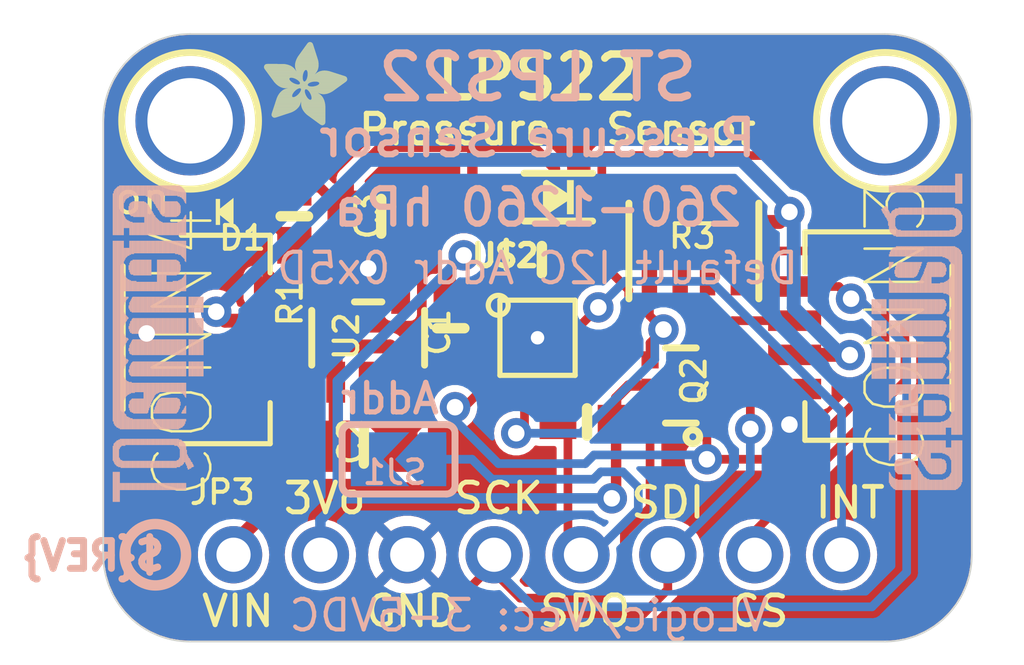
<source format=kicad_pcb>
(kicad_pcb (version 20221018) (generator pcbnew)
  (layers (0 "F.Cu" signal) (31 "B.Cu" signal) (34 "B.Paste" user) (35 "F.Paste" user) (36 "B.SilkS" user "B.Silkscreen") (37 "F.SilkS" user "F.Silkscreen") (38 "B.Mask" user) (39 "F.Mask" user) (44 "Edge.Cuts" user))
  (net 0 "")
  (net 1 "GND")
  (net 2 "3.3V")
  (net 3 "INT")
  (net 4 "VCC")
  (net 5 "N$1")
  (net 6 "SDI_3V")
  (net 7 "SCK_3V")
  (net 8 "CS_3V")
  (net 9 "SDO/ADR")
  (net 10 "SDI/SDA")
  (net 11 "SCK/SCL")
  (net 12 "CS")
  (footprint "working:SOT363" (layer "F.Cu") (at 152.6921 106.4006 90)
    (fp_text reference "Q2" (at -0.635 0.381 90) (layer "F.SilkS") (effects (font (size 0.692831 0.692831) (thickness 0.119969)) (justify left)))
    (fp_text value "BSS138")
    (pad "1" smd rect (at -0.75 0.9 90) (size 0.5 0.5) (layers "F.Cu" "F.Paste" "F.Mask") (net 7 "SCK_3V"))
    (pad "2" smd rect (at 0 0.9 90) (size 0.4 0.5) (layers "F.Cu" "F.Paste" "F.Mask") (net 2 "3.3V"))
    (pad "3" smd rect (at 0.75 0.9 90) (size 0.5 0.5) (layers "F.Cu" "F.Paste" "F.Mask") (net 10 "SDI/SDA"))
    (pad "4" smd rect (at 0.75 -0.9 90) (size 0.5 0.5) (layers "F.Cu" "F.Paste" "F.Mask") (net 6 "SDI_3V"))
    (pad "5" smd rect (at 0 -0.9 90) (size 0.4 0.5) (layers "F.Cu" "F.Paste" "F.Mask") (net 2 "3.3V"))
    (pad "6" smd rect (at -0.75 -0.9 90) (size 0.5 0.5) (layers "F.Cu" "F.Paste" "F.Mask") (net 11 "SCK/SCL"))
  )
  (footprint "working:MOUNTINGHOLE_2.5_PLATED" (layer "F.Cu") (at 158.6611 98.6536)
    (fp_text reference "U$17" hide)
    (fp_text value "MOUNTINGHOLE2.5" hide)
    (pad "P$1" thru_hole circle (at 0 0) (size 3.2 3.2) (drill 2.5) (layers "*.Cu" "*.Mask"))
    (zone (net 0) (net_name "") (layer "F.Cu") (connect_pads (clearance 0)) (min_thickness 0.25)
      (keepout (tracks not_allowed) (vias not_allowed) (pads not_allowed) (copperpour not_allowed) (footprints allowed))
      (fill (thermal_gap 0.5) (thermal_bridge_width 0.5))
      (polygon (pts (xy 160.6771 98.6536) (xy 160.65748 98.373027) (xy 160.599004 98.097915) (xy 160.502808 97.833619) (xy 160.370765 97.585283) (xy 160.205446 97.35774) (xy 160.010067 97.15542) (xy 159.788433 96.98226) (xy 159.544856 96.841631) (xy 159.284078 96.73627) (xy 159.011175 96.668228) (xy 158.731457 96.638828) (xy 158.450371 96.648644) (xy 158.173385 96.697484) (xy 157.905893 96.784397) (xy 157.6531 96.907693) (xy 157.419926 97.06497) (xy 157.210911 97.253169) (xy 157.030122 97.468625) (xy 156.881078 97.707145) (xy 156.76668 97.964087) (xy 156.689154 98.23445) (xy 156.650011 98.512971) (xy 156.650011 98.794229) (xy 156.689154 99.07275) (xy 156.76668 99.343113) (xy 156.881078 99.600055) (xy 157.030122 99.838575) (xy 157.210911 100.054031) (xy 157.419926 100.24223) (xy 157.6531 100.399507) (xy 157.905893 100.522803) (xy 158.173385 100.609716) (xy 158.450371 100.658556) (xy 158.731457 100.668372) (xy 159.011175 100.638972) (xy 159.284078 100.57093) (xy 159.544856 100.465569) (xy 159.788433 100.32494) (xy 160.010067 100.15178) (xy 160.205446 99.94946) (xy 160.370765 99.721917) (xy 160.502808 99.473581) (xy 160.599004 99.209285) (xy 160.65748 98.934173)))
      (polygon (pts (xy 158.6451 98.6536) (xy 158.649786 98.664914) (xy 158.6611 98.6696) (xy 158.672414 98.664914) (xy 158.6771 98.6536) (xy 158.672414 98.642286) (xy 158.6611 98.6376) (xy 158.649786 98.642286)))
    )
    (zone (net 0) (net_name "") (layer "B.Cu") (connect_pads (clearance 0)) (min_thickness 0.25)
      (keepout (tracks not_allowed) (vias not_allowed) (pads not_allowed) (copperpour not_allowed) (footprints allowed))
      (fill (thermal_gap 0.5) (thermal_bridge_width 0.5))
      (polygon (pts (xy 160.6771 98.6536) (xy 160.65748 98.373027) (xy 160.599004 98.097915) (xy 160.502808 97.833619) (xy 160.370765 97.585283) (xy 160.205446 97.35774) (xy 160.010067 97.15542) (xy 159.788433 96.98226) (xy 159.544856 96.841631) (xy 159.284078 96.73627) (xy 159.011175 96.668228) (xy 158.731457 96.638828) (xy 158.450371 96.648644) (xy 158.173385 96.697484) (xy 157.905893 96.784397) (xy 157.6531 96.907693) (xy 157.419926 97.06497) (xy 157.210911 97.253169) (xy 157.030122 97.468625) (xy 156.881078 97.707145) (xy 156.76668 97.964087) (xy 156.689154 98.23445) (xy 156.650011 98.512971) (xy 156.650011 98.794229) (xy 156.689154 99.07275) (xy 156.76668 99.343113) (xy 156.881078 99.600055) (xy 157.030122 99.838575) (xy 157.210911 100.054031) (xy 157.419926 100.24223) (xy 157.6531 100.399507) (xy 157.905893 100.522803) (xy 158.173385 100.609716) (xy 158.450371 100.658556) (xy 158.731457 100.668372) (xy 159.011175 100.638972) (xy 159.284078 100.57093) (xy 159.544856 100.465569) (xy 159.788433 100.32494) (xy 160.010067 100.15178) (xy 160.205446 99.94946) (xy 160.370765 99.721917) (xy 160.502808 99.473581) (xy 160.599004 99.209285) (xy 160.65748 98.934173)))
      (polygon (pts (xy 158.6451 98.6536) (xy 158.649786 98.664914) (xy 158.6611 98.6696) (xy 158.672414 98.664914) (xy 158.6771 98.6536) (xy 158.672414 98.642286) (xy 158.6611 98.6376) (xy 158.649786 98.642286)))
    )
  )
  (footprint "working:0805-NO" (layer "F.Cu") (at 143.9291 101.4476)
    (fp_text reference "C3" (at -0.381 -0.762 90) (layer "F.SilkS") (effects (font (size 0.692831 0.692831) (thickness 0.119969)) (justify right)))
    (fp_text value "10uF")
    (pad "1" smd rect (at -0.95 0) (size 1.24 1.5) (layers "F.Cu" "F.Paste" "F.Mask") (net 2 "3.3V"))
    (pad "2" smd rect (at 0.95 0) (size 1.24 1.5) (layers "F.Cu" "F.Paste" "F.Mask") (net 1 "GND"))
  )
  (footprint "working:0603-NO" (layer "F.Cu") (at 149.9489 107.4674)
    (fp_text reference "R4" hide)
    (fp_text value "10K")
    (pad "1" smd rect (at -0.85 0) (size 1.075 1) (layers "F.Cu" "F.Paste" "F.Mask") (net 9 "SDO/ADR"))
    (pad "2" smd rect (at 0.85 0) (size 1.075 1) (layers "F.Cu" "F.Paste" "F.Mask") (net 2 "3.3V"))
  )
  (footprint "working:FIDUCIAL_1MM" (layer "F.Cu") (at 155.4861 97.5995)
    (fp_text reference "FID4" hide)
    (fp_text value "FIDUCIAL_1MM" hide)
    (pad "1" smd roundrect (at 0 0) (size 1 1) (layers "F.Cu" "F.Mask") (roundrect_rratio 0.5))
  )
  (footprint "working:MOUNTINGHOLE_2.5_PLATED" (layer "F.Cu") (at 138.3411 98.6536)
    (fp_text reference "U$1" hide)
    (fp_text value "MOUNTINGHOLE2.5" hide)
    (pad "P$1" thru_hole circle (at 0 0) (size 3.2 3.2) (drill 2.5) (layers "*.Cu" "*.Mask"))
    (zone (net 0) (net_name "") (layer "F.Cu") (connect_pads (clearance 0)) (min_thickness 0.25)
      (keepout (tracks not_allowed) (vias not_allowed) (pads not_allowed) (copperpour not_allowed) (footprints allowed))
      (fill (thermal_gap 0.5) (thermal_bridge_width 0.5))
      (polygon (pts (xy 140.3571 98.6536) (xy 140.33748 98.373027) (xy 140.279004 98.097915) (xy 140.182808 97.833619) (xy 140.050765 97.585283) (xy 139.885446 97.35774) (xy 139.690067 97.15542) (xy 139.468433 96.98226) (xy 139.224856 96.841631) (xy 138.964078 96.73627) (xy 138.691175 96.668228) (xy 138.411457 96.638828) (xy 138.130371 96.648644) (xy 137.853385 96.697484) (xy 137.585893 96.784397) (xy 137.3331 96.907693) (xy 137.099926 97.06497) (xy 136.890911 97.253169) (xy 136.710122 97.468625) (xy 136.561078 97.707145) (xy 136.44668 97.964087) (xy 136.369154 98.23445) (xy 136.330011 98.512971) (xy 136.330011 98.794229) (xy 136.369154 99.07275) (xy 136.44668 99.343113) (xy 136.561078 99.600055) (xy 136.710122 99.838575) (xy 136.890911 100.054031) (xy 137.099926 100.24223) (xy 137.3331 100.399507) (xy 137.585893 100.522803) (xy 137.853385 100.609716) (xy 138.130371 100.658556) (xy 138.411457 100.668372) (xy 138.691175 100.638972) (xy 138.964078 100.57093) (xy 139.224856 100.465569) (xy 139.468433 100.32494) (xy 139.690067 100.15178) (xy 139.885446 99.94946) (xy 140.050765 99.721917) (xy 140.182808 99.473581) (xy 140.279004 99.209285) (xy 140.33748 98.934173)))
      (polygon (pts (xy 138.3251 98.6536) (xy 138.329786 98.664914) (xy 138.3411 98.6696) (xy 138.352414 98.664914) (xy 138.3571 98.6536) (xy 138.352414 98.642286) (xy 138.3411 98.6376) (xy 138.329786 98.642286)))
    )
    (zone (net 0) (net_name "") (layer "B.Cu") (connect_pads (clearance 0)) (min_thickness 0.25)
      (keepout (tracks not_allowed) (vias not_allowed) (pads not_allowed) (copperpour not_allowed) (footprints allowed))
      (fill (thermal_gap 0.5) (thermal_bridge_width 0.5))
      (polygon (pts (xy 140.3571 98.6536) (xy 140.33748 98.373027) (xy 140.279004 98.097915) (xy 140.182808 97.833619) (xy 140.050765 97.585283) (xy 139.885446 97.35774) (xy 139.690067 97.15542) (xy 139.468433 96.98226) (xy 139.224856 96.841631) (xy 138.964078 96.73627) (xy 138.691175 96.668228) (xy 138.411457 96.638828) (xy 138.130371 96.648644) (xy 137.853385 96.697484) (xy 137.585893 96.784397) (xy 137.3331 96.907693) (xy 137.099926 97.06497) (xy 136.890911 97.253169) (xy 136.710122 97.468625) (xy 136.561078 97.707145) (xy 136.44668 97.964087) (xy 136.369154 98.23445) (xy 136.330011 98.512971) (xy 136.330011 98.794229) (xy 136.369154 99.07275) (xy 136.44668 99.343113) (xy 136.561078 99.600055) (xy 136.710122 99.838575) (xy 136.890911 100.054031) (xy 137.099926 100.24223) (xy 137.3331 100.399507) (xy 137.585893 100.522803) (xy 137.853385 100.609716) (xy 138.130371 100.658556) (xy 138.411457 100.668372) (xy 138.691175 100.638972) (xy 138.964078 100.57093) (xy 139.224856 100.465569) (xy 139.468433 100.32494) (xy 139.690067 100.15178) (xy 139.885446 99.94946) (xy 140.050765 99.721917) (xy 140.182808 99.473581) (xy 140.279004 99.209285) (xy 140.33748 98.934173)))
      (polygon (pts (xy 138.3251 98.6536) (xy 138.329786 98.664914) (xy 138.3411 98.6696) (xy 138.352414 98.664914) (xy 138.3571 98.6536) (xy 138.352414 98.642286) (xy 138.3411 98.6376) (xy 138.329786 98.642286)))
    )
  )
  (footprint "working:0805-NO" (layer "F.Cu") (at 143.4211 108.1786)
    (fp_text reference "C2" (at -0.381 -0.889 90) (layer "F.SilkS") (effects (font (size 0.692831 0.692831) (thickness 0.119969)) (justify right)))
    (fp_text value "10uF")
    (pad "1" smd rect (at -0.95 0) (size 1.24 1.5) (layers "F.Cu" "F.Paste" "F.Mask") (net 4 "VCC"))
    (pad "2" smd rect (at 0.95 0) (size 1.24 1.5) (layers "F.Cu" "F.Paste" "F.Mask") (net 1 "GND"))
  )
  (footprint "working:RESPACK_4X0603" (layer "F.Cu") (at 153.0731 102.4636 180)
    (fp_text reference "R3" (at -0.711 0.432) (layer "F.SilkS") (effects (font (size 0.692831 0.692831) (thickness 0.119969)) (justify right)))
    (fp_text value "10K")
    (pad "1" smd rect (at -1.3 0.85 180) (size 0.45 0.9) (layers "F.Cu" "F.Paste" "F.Mask") (net 4 "VCC"))
    (pad "2" smd rect (at -0.4 0.85 180) (size 0.45 0.9) (layers "F.Cu" "F.Paste" "F.Mask") (net 2 "3.3V"))
    (pad "3" smd rect (at 0.4 0.85 180) (size 0.45 0.9) (layers "F.Cu" "F.Paste" "F.Mask") (net 4 "VCC"))
    (pad "4" smd rect (at 1.3 0.85 180) (size 0.45 0.9) (layers "F.Cu" "F.Paste" "F.Mask") (net 2 "3.3V"))
    (pad "5" smd rect (at 1.3 -0.85 180) (size 0.45 0.9) (layers "F.Cu" "F.Paste" "F.Mask") (net 6 "SDI_3V"))
    (pad "6" smd rect (at 0.4 -0.85 180) (size 0.45 0.9) (layers "F.Cu" "F.Paste" "F.Mask") (net 10 "SDI/SDA"))
    (pad "7" smd rect (at -0.4 -0.85 180) (size 0.45 0.9) (layers "F.Cu" "F.Paste" "F.Mask") (net 7 "SCK_3V"))
    (pad "8" smd rect (at -1.3 -0.85 180) (size 0.45 0.9) (layers "F.Cu" "F.Paste" "F.Mask") (net 11 "SCK/SCL"))
  )
  (footprint "working:1X08_ROUND" (layer "F.Cu") (at 148.5011 111.3536)
    (fp_text reference "JP3" (at -10.2362 -1.8288) (layer "F.SilkS") (effects (font (size 0.692831 0.692831) (thickness 0.119969)) (justify left)))
    (fp_text value "")
    (pad "1" thru_hole circle (at -8.89 0 90) (size 1.6764 1.6764) (drill 1) (layers "*.Cu" "*.Mask") (net 4 "VCC"))
    (pad "2" thru_hole circle (at -6.35 0 90) (size 1.6764 1.6764) (drill 1) (layers "*.Cu" "*.Mask") (net 2 "3.3V"))
    (pad "3" thru_hole circle (at -3.81 0 90) (size 1.6764 1.6764) (drill 1) (layers "*.Cu" "*.Mask") (net 1 "GND"))
    (pad "4" thru_hole circle (at -1.27 0 90) (size 1.6764 1.6764) (drill 1) (layers "*.Cu" "*.Mask") (net 11 "SCK/SCL"))
    (pad "5" thru_hole circle (at 1.27 0 90) (size 1.6764 1.6764) (drill 1) (layers "*.Cu" "*.Mask") (net 9 "SDO/ADR"))
    (pad "6" thru_hole circle (at 3.81 0 90) (size 1.6764 1.6764) (drill 1) (layers "*.Cu" "*.Mask") (net 10 "SDI/SDA"))
    (pad "7" thru_hole circle (at 6.35 0 90) (size 1.6764 1.6764) (drill 1) (layers "*.Cu" "*.Mask") (net 12 "CS"))
    (pad "8" thru_hole circle (at 8.89 0 90) (size 1.6764 1.6764) (drill 1) (layers "*.Cu" "*.Mask") (net 3 "INT"))
  )
  (footprint "working:JST_SH4" (layer "F.Cu") (at 158.5341 105.0036 90)
    (fp_text reference "CONN3" (at -4.092 0.45 90) (layer "F.SilkS") (effects (font (size 1.703222 1.703222) (thickness 0.074778)) (justify left)))
    (fp_text value "STEMMA_I2C_QT" hide)
    (pad "1" smd rect (at -1.5 -2.514 180) (size 1.55 0.6) (layers "F.Cu" "F.Paste" "F.Mask") (net 1 "GND"))
    (pad "2" smd rect (at -0.5 -2.514 180) (size 1.55 0.6) (layers "F.Cu" "F.Paste" "F.Mask") (net 4 "VCC"))
    (pad "3" smd rect (at 0.5 -2.514 180) (size 1.55 0.6) (layers "F.Cu" "F.Paste" "F.Mask") (net 10 "SDI/SDA"))
    (pad "4" smd rect (at 1.5 -2.514 180) (size 1.55 0.6) (layers "F.Cu" "F.Paste" "F.Mask") (net 11 "SCK/SCL"))
    (pad "MT1" smd rect (at -2.8 1.386 180) (size 1.8 1.2) (layers "F.Cu" "F.Paste" "F.Mask"))
    (pad "MT2" smd rect (at 2.8 1.386 180) (size 1.8 1.2) (layers "F.Cu" "F.Paste" "F.Mask"))
  )
  (footprint "working:0603-NO" (layer "F.Cu") (at 148.6281 102.7176 180)
    (fp_text reference "R5" hide)
    (fp_text value "10K")
    (pad "1" smd rect (at -0.85 0 180) (size 1.075 1) (layers "F.Cu" "F.Paste" "F.Mask") (net 8 "CS_3V"))
    (pad "2" smd rect (at 0.85 0 180) (size 1.075 1) (layers "F.Cu" "F.Paste" "F.Mask") (net 2 "3.3V"))
  )
  (footprint "working:JST_SH4" (layer "F.Cu") (at 138.4681 105.0036 -90)
    (fp_text reference "CONN4" (at -3.965 0.323 90) (layer "F.SilkS") (effects (font (size 1.703222 1.703222) (thickness 0.074778)) (justify right)))
    (fp_text value "STEMMA_I2C_QT" hide)
    (pad "1" smd rect (at -1.5 -2.514) (size 1.55 0.6) (layers "F.Cu" "F.Paste" "F.Mask") (net 1 "GND"))
    (pad "2" smd rect (at -0.5 -2.514) (size 1.55 0.6) (layers "F.Cu" "F.Paste" "F.Mask") (net 4 "VCC"))
    (pad "3" smd rect (at 0.5 -2.514) (size 1.55 0.6) (layers "F.Cu" "F.Paste" "F.Mask") (net 10 "SDI/SDA"))
    (pad "4" smd rect (at 1.5 -2.514) (size 1.55 0.6) (layers "F.Cu" "F.Paste" "F.Mask") (net 11 "SCK/SCL"))
    (pad "MT1" smd rect (at -2.8 1.386) (size 1.8 1.2) (layers "F.Cu" "F.Paste" "F.Mask"))
    (pad "MT2" smd rect (at 2.8 1.386) (size 1.8 1.2) (layers "F.Cu" "F.Paste" "F.Mask"))
  )
  (footprint "working:0603-NO" (layer "F.Cu") (at 145.9611 104.7242 -90)
    (fp_text reference "C1" (at -0.635 0.381 90) (layer "F.SilkS") (effects (font (size 0.692831 0.692831) (thickness 0.119969)) (justify right)))
    (fp_text value "0.1uF")
    (pad "1" smd rect (at -0.85 0 270) (size 1.075 1) (layers "F.Cu" "F.Paste" "F.Mask") (net 2 "3.3V"))
    (pad "2" smd rect (at 0.85 0 270) (size 1.075 1) (layers "F.Cu" "F.Paste" "F.Mask") (net 1 "GND"))
  )
  (footprint "working:ADAFRUIT_2.5MM" (layer "F.Cu") (at 140.5001 98.7806)
    (fp_text reference "U$4" hide)
    (fp_text value "" hide)
  )
  (footprint "working:CHIPLED_0603_NOOUTLINE" (layer "F.Cu") (at 139.3571 101.3206 90)
    (fp_text reference "D1" (at -0.762 1.27) (layer "F.SilkS") (effects (font (size 0.692831 0.692831) (thickness 0.119969)) (justify right)))
    (fp_text value "GREEN")
    (pad "A" smd rect (at 0 0.75 90) (size 0.8 0.8) (layers "F.Cu" "F.Paste" "F.Mask") (net 5 "N$1"))
    (pad "C" smd rect (at 0 -0.75 90) (size 0.8 0.8) (layers "F.Cu" "F.Paste" "F.Mask") (net 1 "GND"))
  )
  (footprint "working:0603-NO" (layer "F.Cu") (at 141.3891 101.4476 -90)
    (fp_text reference "R1" (at 1.778 0.127 90) (layer "F.SilkS") (effects (font (size 0.692831 0.692831) (thickness 0.119969)) (justify right)))
    (fp_text value "10K")
    (pad "1" smd rect (at -0.85 0 270) (size 1.075 1) (layers "F.Cu" "F.Paste" "F.Mask") (net 2 "3.3V"))
    (pad "2" smd rect (at 0.85 0 270) (size 1.075 1) (layers "F.Cu" "F.Paste" "F.Mask") (net 5 "N$1"))
  )
  (footprint "working:SOT23-5" (layer "F.Cu") (at 143.5481 105.0036)
    (fp_text reference "U2" (at -0.635 -0.816 90) (layer "F.SilkS") (effects (font (size 0.692831 0.692831) (thickness 0.119969)) (justify right)))
    (fp_text value "AP2112K-3.3")
    (pad "1" smd rect (at -0.95 1.3001) (size 0.55 1.2) (layers "F.Cu" "F.Paste" "F.Mask") (net 4 "VCC"))
    (pad "2" smd rect (at 0 1.3001) (size 0.55 1.2) (layers "F.Cu" "F.Paste" "F.Mask") (net 1 "GND"))
    (pad "3" smd rect (at 0.95 1.3001) (size 0.55 1.2) (layers "F.Cu" "F.Paste" "F.Mask") (net 4 "VCC"))
    (pad "4" smd rect (at 0.95 -1.3001) (size 0.55 1.2) (layers "F.Cu" "F.Paste" "F.Mask"))
    (pad "5" smd rect (at -0.95 -1.3001) (size 0.55 1.2) (layers "F.Cu" "F.Paste" "F.Mask") (net 2 "3.3V"))
  )
  (footprint "working:SOD-323" (layer "F.Cu") (at 149.1107 100.8888 180)
    (fp_text reference "D2" hide)
    (fp_text value "1N4148")
    (pad "A" smd rect (at 1.27 0 180) (size 1.35 0.8) (layers "F.Cu" "F.Paste" "F.Mask") (net 8 "CS_3V"))
    (pad "C" smd rect (at -1.27 0 180) (size 1.35 0.8) (layers "F.Cu" "F.Paste" "F.Mask") (net 12 "CS"))
  )
  (footprint "working:HLGA-10L-2X2MM" (layer "F.Cu") (at 148.5011 105.0036)
    (fp_text reference "U$2" (at -2.002132 -2.40255) (layer "F.SilkS") (effects (font (size 0.64455 0.64455) (thickness 0.16825)) (justify left)))
    (fp_text value "LPS2X_LPS22" hide)
    (pad "1" smd rect (at -0.7625 -0.25 90) (size 0.275 0.3) (layers "F.Cu" "F.Paste" "F.Mask") (net 2 "3.3V"))
    (pad "2" smd rect (at -0.7625 0.25 90) (size 0.275 0.3) (layers "F.Cu" "F.Paste" "F.Mask") (net 7 "SCK_3V"))
    (pad "3" smd rect (at -0.5 0.7625 180) (size 0.275 0.3) (layers "F.Cu" "F.Paste" "F.Mask") (net 1 "GND"))
    (pad "4" smd rect (at 0 0.7625 180) (size 0.275 0.3) (layers "F.Cu" "F.Paste" "F.Mask") (net 6 "SDI_3V"))
    (pad "5" smd rect (at 0.5 0.7625 180) (size 0.275 0.3) (layers "F.Cu" "F.Paste" "F.Mask") (net 9 "SDO/ADR"))
    (pad "6" smd rect (at 0.7625 0.25 90) (size 0.275 0.3) (layers "F.Cu" "F.Paste" "F.Mask") (net 8 "CS_3V"))
    (pad "7" smd rect (at 0.7625 -0.25 90) (size 0.275 0.3) (layers "F.Cu" "F.Paste" "F.Mask") (net 3 "INT"))
    (pad "8" smd rect (at 0.5 -0.7625) (size 0.275 0.3) (layers "F.Cu" "F.Paste" "F.Mask") (net 1 "GND"))
    (pad "9" smd rect (at 0 -0.7625) (size 0.275 0.3) (layers "F.Cu" "F.Paste" "F.Mask") (net 1 "GND"))
    (pad "10" smd rect (at -0.5 -0.7625) (size 0.275 0.3) (layers "F.Cu" "F.Paste" "F.Mask") (net 2 "3.3V"))
  )
  (footprint "working:FIDUCIAL_1MM" (layer "F.Cu") (at 136.9441 109.6391)
    (fp_text reference "FID3" hide)
    (fp_text value "FIDUCIAL_1MM" hide)
    (pad "1" smd roundrect (at 0 0) (size 1 1) (layers "F.Cu" "F.Mask") (roundrect_rratio 0.5))
  )
  (footprint "working:SOLDERJUMPER_ARROW_NOPASTE" (layer "B.Cu") (at 144.4371 108.5596 180)
    (fp_text reference "SJ1" (at -0.889 -0.381) (layer "B.SilkS") (effects (font (size 0.692831 0.692831) (thickness 0.119969)) (justify left mirror)))
    (fp_text value "")
    (fp_poly (pts (xy 0.106121 -0.002663) (xy -0.679416 -0.7882) (xy -1.3946 -0.7882) (xy -1.3946 0.7882) (xy -0.62715 0.7882)) (fill solid) (layer "B.Cu"))
    (fp_poly (pts (xy 1.3946 -0.7882) (xy -0.315893 -0.7882) (xy 0.443148 0) (xy -0.315893 0.7882) (xy 1.3946 0.7882)) (fill solid) (layer "B.Cu"))
    (pad "1" smd roundrect (at -1.016 0 180) (size 0.762 1.524) (layers "B.Cu") (net 9 "SDO/ADR"))
    (pad "2" smd roundrect (at 1.016 0 180) (size 0.762 1.524) (layers "B.Cu") (net 1 "GND"))
  )
  (footprint "working:PCBFEAT-REV-040" (layer "B.Cu") (at 137.3251 111.3536 180)
    (fp_text reference "U$25" hide)
    (fp_text value "" hide)
    (fp_text user "${REV}" (at -0.3556 -0.508) (layer "B.SilkS") (effects (font (size 0.8128 0.8128) (thickness 0.2032)) (justify left bottom mirror)))
  )
  (footprint "working:STEMMAQT" (layer "B.Cu") (at 158.2801 109.4486 90)
    (fp_text reference "U$30" hide)
    (fp_text value "" hide)
  )
  (footprint "working:STEMMAQT" (layer "B.Cu") (at 138.7221 100.5586 -90)
    (fp_text reference "U$31" hide)
    (fp_text value "" hide)
  )
  (gr_line (start 138.3411 113.8936) (end 158.6611 113.8936) (stroke (width 0.05)) (layer "Edge.Cuts"))
  (gr_arc (start 135.8011 98.6536) (mid 136.545049 96.857549) (end 138.3411 96.1136) (stroke (width 0.05)) (layer "Edge.Cuts"))
  (gr_arc (start 158.6611 96.1136) (mid 160.457151 96.857549) (end 161.2011 98.6536) (stroke (width 0.05)) (layer "Edge.Cuts"))
  (gr_arc (start 161.2011 111.3536) (mid 160.457151 113.149651) (end 158.6611 113.8936) (stroke (width 0.05)) (layer "Edge.Cuts"))
  (gr_line (start 135.8011 98.6536) (end 135.8011 111.3536) (stroke (width 0.05)) (layer "Edge.Cuts"))
  (gr_line (start 161.2011 111.3536) (end 161.2011 98.6536) (stroke (width 0.05)) (layer "Edge.Cuts"))
  (gr_line (start 158.6611 96.1136) (end 138.3411 96.1136) (stroke (width 0.05)) (layer "Edge.Cuts"))
  (gr_arc (start 138.3411 113.8936) (mid 136.545049 113.149651) (end 135.8011 111.3536) (stroke (width 0.05)) (layer "Edge.Cuts"))
  (gr_text "260-1260 hPa" (at 148.5011 101.1936) (layer "B.SilkS") (effects (font (size 1.03632 1.03632) (thickness 0.18288)) (justify mirror)))
  (gr_text "ST LPS22" (at 148.5011 97.3836) (layer "B.SilkS") (effects (font (size 1.2954 1.2954) (thickness 0.2286)) (justify mirror)))
  (gr_text "Default I2C Addr 0x5D" (at 148.5011 102.9716) (layer "B.SilkS") (effects (font (size 0.89408 0.89408) (thickness 0.12192)) (justify mirror)))
  (gr_text "Addr" (at 144.1831 106.7816) (layer "B.SilkS") (effects (font (size 0.8636 0.8636) (thickness 0.1524)) (justify mirror)))
  (gr_text "VLogic/Vcc: 3-5VDC" (at 148.2471 113.1316) (layer "B.SilkS") (effects (font (size 0.89408 0.89408) (thickness 0.12192)) (justify mirror)))
  (gr_text "Pressure Sensor" (at 148.5011 99.1616) (layer "B.SilkS") (effects (font (size 1.03632 1.03632) (thickness 0.18288)) (justify mirror)))
  (gr_text "Sensor" (at 152.6921 98.9076) (layer "F.SilkS") (effects (font (size 0.8636 0.8636) (thickness 0.1524))))
  (gr_text "3Vo" (at 142.2781 109.7026) (layer "F.SilkS") (effects (font (size 0.87376 0.87376) (thickness 0.14224))))
  (gr_text "VIN" (at 139.7381 113.0046) (layer "F.SilkS") (effects (font (size 0.87376 0.87376) (thickness 0.14224))))
  (gr_text "on" (at 136.0551 101.4476) (layer "F.SilkS") (effects (font (size 0.89408 0.89408) (thickness 0.12192)) (justify left bottom)))
  (gr_text "Pressure" (at 146.0881 98.9076) (layer "F.SilkS") (effects (font (size 0.8636 0.8636) (thickness 0.1524))))
  (gr_text "LPS22" (at 148.5011 97.3836) (layer "F.SilkS") (effects (font (size 1.25222 1.25222) (thickness 0.22098))))
  (gr_text "SDO" (at 149.8981 113.0046) (layer "F.SilkS") (effects (font (size 0.87376 0.87376) (thickness 0.14224))))
  (gr_text "GND" (at 144.8181 113.0046) (layer "F.SilkS") (effects (font (size 0.87376 0.87376) (thickness 0.14224))))
  (gr_text "CS" (at 154.9781 113.0046) (layer "F.SilkS") (effects (font (size 0.87376 0.87376) (thickness 0.14224))))
  (gr_text "SDI" (at 152.3111 109.8296) (layer "F.SilkS") (effects (font (size 0.87376 0.87376) (thickness 0.14224))))
  (gr_text "INT" (at 157.6451 109.8296) (layer "F.SilkS") (effects (font (size 0.87376 0.87376) (thickness 0.14224))))
  (gr_text "SCK" (at 147.3581 109.7026) (layer "F.SilkS") (effects (font (size 0.87376 0.87376) (thickness 0.14224))))
  (segment (start 143.5481 106.3037) (end 143.5481 106.930438) (width 0.4064) (layer "F.Cu") (net 1))
  (segment (start 143.5481 106.930438) (end 143.927762 107.3101) (width 0.4064) (layer "F.Cu") (net 1))
  (segment (start 148.5011 104.2411) (end 148.5011 105.0036) (width 0.254) (layer "F.Cu") (net 1))
  (segment (start 143.9496 107.3101) (end 144.3711 107.7316) (width 0.4064) (layer "F.Cu") (net 1))
  (segment (start 143.927762 107.3101) (end 143.9496 107.3101) (width 0.4064) (layer "F.Cu") (net 1))
  (segment (start 144.3711 107.7316) (end 144.3711 108.1786) (width 0.4064) (layer "F.Cu") (net 1))
  (segment (start 147.5511 106.2736) (end 147.4851 106.2736) (width 0.4064) (layer "F.Cu") (net 1))
  (via (at 143.5481 102.9716) (size 0.889) (drill 0.4826) (layers "F.Cu" "B.Cu") (net 1))
  (via (at 148.5011 105.0036) (size 0.8001) (drill 0.3937) (layers "F.Cu" "B.Cu") (net 1))
  (via (at 137.0711 104.8766) (size 0.889) (drill 0.4826) (layers "F.Cu" "B.Cu") (net 1))
  (via (at 155.8671 107.5436) (size 0.889) (drill 0.4826) (layers "F.Cu" "B.Cu") (net 1))
  (segment (start 150.7989 107.4674) (end 150.7989 109.5765) (width 0.3048) (layer "F.Cu") (net 2))
  (segment (start 152.0571 102.4636) (end 151.7731 102.1796) (width 0.3048) (layer "F.Cu") (net 2))
  (segment (start 147.9875 103.8742) (end 148.0011 103.8606) (width 0.3048) (layer "F.Cu") (net 2))
  (segment (start 148.0011 103.8606) (end 148.0011 102.9446) (width 0.3048) (layer "F.Cu") (net 2))
  (segment (start 142.9791 100.3656) (end 143.9291 99.4156) (width 0.3048) (layer "F.Cu") (net 2))
  (segment (start 141.3891 100.5976) (end 142.1291 100.5976) (width 0.3048) (layer "F.Cu") (net 2))
  (segment (start 142.9791 100.3656) (end 142.9791 101.4476) (width 0.3048) (layer "F.Cu") (net 2))
  (segment (start 142.5981 101.8286) (end 142.9791 101.4476) (width 0.3048) (layer "F.Cu") (net 2))
  (segment (start 151.7731 102.1796) (end 151.7731 101.6136) (width 0.3048) (layer "F.Cu") (net 2))
  (segment (start 142.1291 100.5976) (end 142.9791 101.4476) (width 0.3048) (layer "F.Cu") (net 2))
  (segment (start 149.0091 101.3206) (end 149.0091 100.0506) (width 0.3048) (layer "F.Cu") (net 2))
  (segment (start 142.5981 103.7035) (end 142.5981 101.8286) (width 0.3048) (layer "F.Cu") (net 2))
  (segment (start 153.0731 102.4636) (end 152.0571 102.4636) (width 0.3048) (layer "F.Cu") (net 2))
  (segment (start 148.0011 104.2411) (end 148.0011 103.8606) (width 0.3048) (layer "F.Cu") (net 2))
  (segment (start 147.7761 102.7196) (end 147.7781 102.7176) (width 0.3048) (layer "F.Cu") (net 2))
  (segment (start 151.7731 101.6136) (end 151.233793 101.6136) (width 0.3048) (layer "F.Cu") (net 2))
  (segment (start 145.9611 103.8742) (end 147.9875 103.8742) (width 0.3048) (layer "F.Cu") (net 2))
  (segment (start 147.7386 104.5036) (end 148.0011 104.2411) (width 0.3048) (layer "F.Cu") (net 2))
  (segment (start 148.3741 99.4156) (end 146.5961 99.4156) (width 0.3048) (layer "F.Cu") (net 2))
  (segment (start 151.233793 101.6136) (end 151.202993 101.6444) (width 0.3048) (layer "F.Cu") (net 2))
  (segment (start 147.7386 104.7536) (end 147.7386 104.5036) (width 0.3048) (layer "F.Cu") (net 2))
  (segment (start 150.7989 106.7698) (end 150.7989 107.4674) (width 0.3048) (layer "F.Cu") (net 2))
  (segment (start 146.5961 99.4156) (end 146.5961 101.3206) (width 0.3048) (layer "F.Cu") (net 2))
  (segment (start 145.9611 102.9716) (end 146.3421 102.5906) (width 0.3048) (layer "F.Cu") (net 2))
  (segment (start 147.7781 102.5026) (end 146.5961 101.3206) (width 0.3048) (layer "F.Cu") (net 2))
  (segment (start 145.9611 102.9716) (end 145.9611 103.8742) (width 0.3048) (layer "F.Cu") (net 2))
  (segment (start 150.7989 109.5765) (end 150.6728 109.7026) (width 0.3048) (layer "F.Cu") (net 2))
  (segment (start 151.202993 101.6444) (end 149.3329 101.6444) (width 0.3048) (layer "F.Cu") (net 2))
  (segment (start 153.4731 101.6136) (end 153.4731 102.0636) (width 0.3048) (layer "F.Cu") (net 2))
  (segment (start 153.4731 102.0636) (end 153.0731 102.4636) (width 0.3048) (layer "F.Cu") (net 2))
  (segment (start 151.1681 106.4006) (end 150.7989 106.7698) (width 0.3048) (layer "F.Cu") (net 2))
  (segment (start 143.9291 99.4156) (end 146.5961 99.4156) (width 0.3048) (layer "F.Cu") (net 2))
  (segment (start 149.0091 100.0506) (end 148.3741 99.4156) (width 0.3048) (layer "F.Cu") (net 2))
  (segment (start 148.0011 102.9446) (end 147.7761 102.7196) (width 0.3048) (layer "F.Cu") (net 2))
  (segment (start 147.7781 102.7176) (end 147.7781 102.5026) (width 0.3048) (layer "F.Cu") (net 2))
  (segment (start 151.7921 106.4006) (end 153.5921 106.4006) (width 0.3048) (layer "F.Cu") (net 2))
  (segment (start 149.3329 101.6444) (end 149.0091 101.3206) (width 0.3048) (layer "F.Cu") (net 2))
  (segment (start 151.7921 106.4006) (end 151.1681 106.4006) (width 0.3048) (layer "F.Cu") (net 2))
  (via (at 150.6728 109.7026) (size 0.889) (drill 0.4826) (layers "F.Cu" "B.Cu") (net 2))
  (via (at 146.3421 102.5906) (size 0.889) (drill 0.4826) (layers "F.Cu" "B.Cu") (net 2))
  (segment (start 142.7861 109.7026) (end 142.1511 110.3376) (width 0.3048) (layer "B.Cu") (net 2))
  (segment (start 142.1511 110.3376) (end 142.1511 111.3536) (width 0.3048) (layer "B.Cu") (net 2))
  (segment (start 150.6728 109.7026) (end 142.7861 109.7026) (width 0.3048) (layer "B.Cu") (net 2))
  (segment (start 142.6591 106.2736) (end 142.6591 109.7026) (width 0.3048) (layer "B.Cu") (net 2))
  (segment (start 142.7861 109.7026) (end 142.6591 109.7026) (width 0.3048) (layer "B.Cu") (net 2))
  (segment (start 146.3421 102.5906) (end 142.6591 106.2736) (width 0.3048) (layer "B.Cu") (net 2))
  (segment (start 150.2791 104.1146) (end 149.6401 104.7536) (width 0.254) (layer "F.Cu") (net 3))
  (segment (start 149.6401 104.7536) (end 149.2636 104.7536) (width 0.254) (layer "F.Cu") (net 3))
  (via (at 150.2791 104.1146) (size 0.889) (drill 0.4826) (layers "F.Cu" "B.Cu") (net 3))
  (segment (start 153.5811 103.3526) (end 151.0411 103.3526) (width 0.254) (layer "B.Cu") (net 3))
  (segment (start 157.3911 107.1626) (end 153.5811 103.3526) (width 0.254) (layer "B.Cu") (net 3))
  (segment (start 157.3911 107.1626) (end 157.3911 111.3536) (width 0.254) (layer "B.Cu") (net 3))
  (segment (start 151.0411 103.3526) (end 150.2791 104.1146) (width 0.254) (layer "B.Cu") (net 3))
  (segment (start 140.9821 104.5036) (end 141.6511 104.5036) (width 0.4064) (layer "F.Cu") (net 4))
  (segment (start 139.6111 111.0386) (end 142.4711 108.1786) (width 0.4064) (layer "F.Cu") (net 4))
  (segment (start 144.4981 105.5726) (end 144.4981 106.3037) (width 0.4064) (layer "F.Cu") (net 4))
  (segment (start 155.8671 101.3206) (end 155.5741 101.6136) (width 0.4064) (layer "F.Cu") (net 4))
  (segment (start 140.9821 104.5036) (end 139.3651 104.5036) (width 0.4064) (layer "F.Cu") (net 4))
  (segment (start 156.0201 105.5036) (end 157.6244 105.5036) (width 0.4064) (layer "F.Cu") (net 4))
  (segment (start 139.6111 111.3536) (end 139.6111 111.0386) (width 0.4064) (layer "F.Cu") (net 4))
  (segment (start 142.5321 105.3846) (end 142.5981 105.3186) (width 0.4064) (layer "F.Cu") (net 4))
  (segment (start 142.5981 108.0516) (end 142.4711 108.1786) (width 0.4064) (layer "F.Cu") (net 4))
  (segment (start 141.6511 104.5036) (end 142.5321 105.3846) (width 0.4064) (layer "F.Cu") (net 4))
  (segment (start 155.5741 101.6136) (end 154.3731 101.6136) (width 0.4064) (layer "F.Cu") (net 4))
  (segment (start 157.6244 105.5036) (end 157.6324 105.5116) (width 0.4064) (layer "F.Cu") (net 4))
  (segment (start 142.6591 105.2576) (end 144.1831 105.2576) (width 0.4064) (layer "F.Cu") (net 4))
  (segment (start 152.8191 100.5586) (end 153.9621 100.5586) (width 0.4064) (layer "F.Cu") (net 4))
  (segment (start 142.5981 106.3037) (end 142.5981 105.3186) (width 0.4064) (layer "F.Cu") (net 4))
  (segment (start 144.1831 105.2576) (end 144.4981 105.5726) (width 0.4064) (layer "F.Cu") (net 4))
  (segment (start 139.3651 104.5036) (end 139.1031 104.2416) (width 0.4064) (layer "F.Cu") (net 4))
  (segment (start 142.5981 105.3186) (end 142.6591 105.2576) (width 0.4064) (layer "F.Cu") (net 4))
  (segment (start 152.6731 101.6136) (end 152.6731 100.7046) (width 0.4064) (layer "F.Cu") (net 4))
  (segment (start 153.9621 100.5586) (end 154.3731 100.9696) (width 0.4064) (layer "F.Cu") (net 4))
  (segment (start 142.5981 106.3037) (end 142.5981 108.0516) (width 0.4064) (layer "F.Cu") (net 4))
  (segment (start 154.3731 100.9696) (end 154.3731 101.6136) (width 0.4064) (layer "F.Cu") (net 4))
  (segment (start 152.6731 100.7046) (end 152.8191 100.5586) (width 0.4064) (layer "F.Cu") (net 4))
  (via (at 139.1031 104.2416) (size 0.889) (drill 0.4826) (layers "F.Cu" "B.Cu") (net 4))
  (via (at 155.8671 101.3206) (size 0.889) (drill 0.4826) (layers "F.Cu" "B.Cu") (net 4))
  (via (at 157.6324 105.5116) (size 0.889) (drill 0.4826) (layers "F.Cu" "B.Cu") (net 4))
  (segment (start 155.9941 104.1273) (end 155.9941 101.3206) (width 0.4064) (layer "B.Cu") (net 4))
  (segment (start 157.6324 105.5116) (end 157.3784 105.5116) (width 0.4064) (layer "B.Cu") (net 4))
  (segment (start 143.5481 99.7966) (end 154.4701 99.7966) (width 0.4064) (layer "B.Cu") (net 4))
  (segment (start 139.1031 104.2416) (end 143.5481 99.7966) (width 0.4064) (layer "B.Cu") (net 4))
  (segment (start 157.3784 105.5116) (end 155.9941 104.1273) (width 0.4064) (layer "B.Cu") (net 4))
  (segment (start 155.9941 101.3206) (end 155.8671 101.3206) (width 0.4064) (layer "B.Cu") (net 4))
  (segment (start 154.4701 99.7966) (end 155.9941 101.3206) (width 0.4064) (layer "B.Cu") (net 4))
  (segment (start 140.1071 101.3206) (end 140.4121 101.3206) (width 0.254) (layer "F.Cu") (net 5))
  (segment (start 140.4121 101.3206) (end 141.3891 102.2976) (width 0.254) (layer "F.Cu") (net 5))
  (segment (start 151.7731 104.3513) (end 151.7731 103.3136) (width 0.254) (layer "F.Cu") (net 6))
  (segment (start 151.7921 105.1543) (end 152.1841 104.7623) (width 0.254) (layer "F.Cu") (net 6))
  (segment (start 148.5011 105.7661) (end 148.5011 106.4006) (width 0.254) (layer "F.Cu") (net 6))
  (segment (start 147.8788 107.7976) (end 148.1201 107.5563) (width 0.254) (layer "F.Cu") (net 6))
  (segment (start 151.7921 105.6506) (end 151.7921 105.1543) (width 0.254) (layer "F.Cu") (net 6))
  (segment (start 152.1841 104.7623) (end 151.7731 104.3513) (width 0.254) (layer "F.Cu") (net 6))
  (segment (start 148.1201 106.7816) (end 148.1201 107.5563) (width 0.254) (layer "F.Cu") (net 6))
  (segment (start 148.5011 106.4006) (end 148.1201 106.7816) (width 0.254) (layer "F.Cu") (net 6))
  (via (at 152.1841 104.7623) (size 0.889) (drill 0.4826) (layers "F.Cu" "B.Cu") (net 6))
  (via (at 147.8788 107.7976) (size 0.889) (drill 0.4826) (layers "F.Cu" "B.Cu") (net 6))
  (segment (start 149.7711 107.7976) (end 151.9301 105.6386) (width 0.254) (layer "B.Cu") (net 6))
  (segment (start 151.9301 105.6386) (end 151.9301 105.0163) (width 0.254) (layer "B.Cu") (net 6))
  (segment (start 151.9301 105.0163) (end 152.1841 104.7623) (width 0.254) (layer "B.Cu") (net 6))
  (segment (start 147.8788 107.7976) (end 149.7711 107.7976) (width 0.254) (layer "B.Cu") (net 6))
  (segment (start 146.8191 105.6696) (end 147.2351 105.2536) (width 0.254) (layer "F.Cu") (net 7))
  (segment (start 146.0881 107.0356) (end 146.3571 107.0356) (width 0.254) (layer "F.Cu") (net 7))
  (segment (start 153.8351 102.4636) (end 157.3911 102.4636) (width 0.254) (layer "F.Cu") (net 7))
  (segment (start 146.8191 106.5736) (end 146.8191 105.6696) (width 0.254) (layer "F.Cu") (net 7))
  (segment (start 153.4541 108.5596) (end 153.4541 107.2886) (width 0.254) (layer "F.Cu") (net 7))
  (segment (start 158.6611 106.0196) (end 156.1211 108.5596) (width 0.254) (layer "F.Cu") (net 7))
  (segment (start 153.4731 103.3136) (end 153.4731 102.8256) (width 0.254) (layer "F.Cu") (net 7))
  (segment (start 146.3571 107.0356) (end 146.8191 106.5736) (width 0.254) (layer "F.Cu") (net 7))
  (segment (start 157.3911 102.4636) (end 158.6611 103.7336) (width 0.254) (layer "F.Cu") (net 7))
  (segment (start 153.4541 107.2886) (end 153.5921 107.1506) (width 0.254) (layer "F.Cu") (net 7))
  (segment (start 158.6611 103.7336) (end 158.6611 106.0196) (width 0.254) (layer "F.Cu") (net 7))
  (segment (start 153.4731 102.8256) (end 153.8351 102.4636) (width 0.254) (layer "F.Cu") (net 7))
  (segment (start 156.1211 108.5596) (end 153.4541 108.5596) (width 0.254) (layer "F.Cu") (net 7))
  (segment (start 147.2351 105.2536) (end 147.7386 105.2536) (width 0.254) (layer "F.Cu") (net 7))
  (via (at 153.4541 108.5596) (size 0.889) (drill 0.4826) (layers "F.Cu" "B.Cu") (net 7))
  (via (at 146.0881 107.0356) (size 0.889) (drill 0.4826) (layers "F.Cu" "B.Cu") (net 7))
  (segment (start 149.8981 108.6866) (end 150.1521 108.4326) (width 0.254) (layer "B.Cu") (net 7))
  (segment (start 153.3271 108.4326) (end 153.4541 108.5596) (width 0.254) (layer "B.Cu") (net 7))
  (segment (start 146.0881 107.4166) (end 147.3581 108.6866) (width 0.254) (layer "B.Cu") (net 7))
  (segment (start 150.1521 108.4326) (end 153.3271 108.4326) (width 0.254) (layer "B.Cu") (net 7))
  (segment (start 146.0881 107.0356) (end 146.0881 107.4166) (width 0.254) (layer "B.Cu") (net 7))
  (segment (start 147.3581 108.6866) (end 149.8981 108.6866) (width 0.254) (layer "B.Cu") (net 7))
  (segment (start 147.8407 100.8888) (end 147.8407 101.0412) (width 0.254) (layer "F.Cu") (net 8))
  (segment (start 151.1681 103.6066) (end 150.2791 102.7176) (width 0.254) (layer "F.Cu") (net 8))
  (segment (start 151.1681 104.7496) (end 150.6641 105.2536) (width 0.254) (layer "F.Cu") (net 8))
  (segment (start 151.1681 103.6066) (end 151.1681 104.7496) (width 0.254) (layer "F.Cu") (net 8))
  (segment (start 150.6641 105.2536) (end 149.2636 105.2536) (width 0.254) (layer "F.Cu") (net 8))
  (segment (start 149.4781 102.6786) (end 147.8407 101.0412) (width 0.254) (layer "F.Cu") (net 8))
  (segment (start 150.2791 102.7176) (end 149.4781 102.7176) (width 0.254) (layer "F.Cu") (net 8))
  (segment (start 149.4781 102.7176) (end 149.4781 102.6786) (width 0.254) (layer "F.Cu") (net 8))
  (segment (start 149.0011 107.3696) (end 149.0989 107.4674) (width 0.254) (layer "F.Cu") (net 9))
  (segment (start 149.3901 107.7542) (end 149.1011 107.4652) (width 0.254) (layer "F.Cu") (net 9))
  (segment (start 149.0011 105.7661) (end 149.0011 107.3696) (width 0.254) (layer "F.Cu") (net 9))
  (segment (start 149.1011 107.4652) (end 149.0989 107.4674) (width 0.254) (layer "F.Cu") (net 9))
  (segment (start 149.3901 110.9726) (end 149.3901 107.7542) (width 0.254) (layer "F.Cu") (net 9))
  (segment (start 149.7711 111.3536) (end 149.3901 110.9726) (width 0.254) (layer "F.Cu") (net 9))
  (segment (start 150.136006 109.1438) (end 150.351906 108.9279) (width 0.254) (layer "B.Cu") (net 9))
  (segment (start 147.168718 109.1438) (end 150.136006 109.1438) (width 0.254) (layer "B.Cu") (net 9))
  (segment (start 146.584518 108.5596) (end 147.168718 109.1438) (width 0.254) (layer "B.Cu") (net 9))
  (segment (start 151.4475 110.023494) (end 150.117393 111.3536) (width 0.254) (layer "B.Cu") (net 9))
  (segment (start 151.4475 109.381707) (end 151.4475 110.023494) (width 0.254) (layer "B.Cu") (net 9))
  (segment (start 150.351906 108.9279) (end 150.993693 108.9279) (width 0.254) (layer "B.Cu") (net 9))
  (segment (start 145.4531 108.5596) (end 146.584518 108.5596) (width 0.254) (layer "B.Cu") (net 9))
  (segment (start 150.117393 111.3536) (end 149.7711 111.3536) (width 0.254) (layer "B.Cu") (net 9))
  (segment (start 150.993693 108.9279) (end 151.4475 109.381707) (width 0.254) (layer "B.Cu") (net 9))
  (segment (start 139.6111 105.8926) (end 139.6111 108.63626) (width 0.254) (layer "F.Cu") (net 10))
  (segment (start 152.6731 103.8416) (end 153.7716 104.9401) (width 0.254) (layer "F.Cu") (net 10))
  (segment (start 137.9601 110.28726) (end 137.9601 112.254182) (width 0.254) (layer "F.Cu") (net 10))
  (segment (start 139.6111 108.63626) (end 137.9601 110.28726) (width 0.254) (layer "F.Cu") (net 10))
  (segment (start 153.7716 104.9401) (end 153.5811 105.1306) (width 0.254) (layer "F.Cu") (net 10))
  (segment (start 156.0201 104.5036) (end 154.2081 104.5036) (width 0.254) (layer "F.Cu") (net 10))
  (segment (start 140.9821 105.5036) (end 140.0001 105.5036) (width 0.254) (layer "F.Cu") (net 10))
  (segment (start 152.3111 112.3696) (end 152.3111 111.3536) (width 0.254) (layer "F.Cu") (net 10))
  (segment (start 153.5811 105.1306) (end 153.5921 105.1416) (width 0.254) (layer "F.Cu") (net 10))
  (segment (start 152.6731 103.3136) (end 152.6731 103.8416) (width 0.254) (layer "F.Cu") (net 10))
  (segment (start 154.7241 106.1466) (end 154.2161 105.6386) (width 0.254) (layer "F.Cu") (net 10))
  (segment (start 154.2081 104.5036) (end 153.7716 104.9401) (width 0.254) (layer "F.Cu") (net 10))
  (segment (start 154.2161 105.6386) (end 153.5921 105.6386) (width 0.254) (layer "F.Cu") (net 10))
  (segment (start 140.0001 105.5036) (end 139.6111 105.8926) (width 0.254) (layer "F.Cu") (net 10))
  (segment (start 151.5999 113.0808) (end 152.3111 112.3696) (width 0.254) (layer "F.Cu") (net 10))
  (segment (start 153.5921 105.1416) (end 153.5921 105.6386) (width 0.254) (layer "F.Cu") (net 10))
  (segment (start 138.786718 113.0808) (end 151.5999 113.0808) (width 0.254) (layer "F.Cu") (net 10))
  (segment (start 153.5921 105.6386) (end 153.5921 105.6506) (width 0.254) (layer "F.Cu") (net 10))
  (segment (start 137.9601 112.254182) (end 138.786718 113.0808) (width 0.254) (layer "F.Cu") (net 10))
  (segment (start 154.7241 107.6706) (end 154.7241 106.1466) (width 0.254) (layer "F.Cu") (net 10))
  (via (at 154.7241 107.6706) (size 0.889) (drill 0.4826) (layers "F.Cu" "B.Cu") (net 10))
  (segment (start 154.7241 108.9406) (end 154.7241 107.6706) (width 0.254) (layer "B.Cu") (net 10))
  (segment (start 152.3111 111.3536) (end 154.7241 108.9406) (width 0.254) (layer "B.Cu") (net 10))
  (segment (start 140.9821 108.0776) (end 138.4427 110.617) (width 0.254) (layer "F.Cu") (net 11))
  (segment (start 147.2311 111.8616) (end 147.2311 111.6076) (width 0.254) (layer "F.Cu") (net 11))
  (segment (start 151.7921 109.9676) (end 151.0411 110.7186) (width 0.254) (layer "F.Cu") (net 11))
  (segment (start 147.2311 111.6076) (end 147.2311 111.3536) (width 0.254) (layer "F.Cu") (net 11))
  (segment (start 138.4427 112.0902) (end 138.9761 112.6236) (width 0.254) (layer "F.Cu") (net 11))
  (segment (start 156.0201 103.5036) (end 154.5631 103.5036) (width 0.254) (layer "F.Cu") (net 11))
  (segment (start 151.7921 107.1506) (end 151.7921 109.9676) (width 0.254) (layer "F.Cu") (net 11))
  (segment (start 150.4061 112.6236) (end 147.9931 112.6236) (width 0.254) (layer "F.Cu") (net 11))
  (segment (start 138.4427 110.617) (end 138.4427 112.0902) (width 0.254) (layer "F.Cu") (net 11))
  (segment (start 138.9761 112.6236) (end 146.2151 112.6236) (width 0.254) (layer "F.Cu") (net 11))
  (segment (start 147.9931 112.6236) (end 147.2311 111.8616) (width 0.254) (layer "F.Cu") (net 11))
  (segment (start 156.0201 103.5036) (end 157.3135 103.5036) (width 0.254) (layer "F.Cu") (net 11))
  (segment (start 140.9821 106.5036) (end 140.9821 108.0776) (width 0.254) (layer "F.Cu") (net 11))
  (segment (start 151.0411 111.9886) (end 150.4061 112.6236) (width 0.254) (layer "F.Cu") (net 11))
  (segment (start 157.6705 103.8606) (end 157.3135 103.5036) (width 0.254) (layer "F.Cu") (net 11))
  (segment (start 151.0411 110.7186) (end 151.0411 111.9886) (width 0.254) (layer "F.Cu") (net 11))
  (segment (start 146.2151 112.6236) (end 147.2311 111.6076) (width 0.254) (layer "F.Cu") (net 11))
  (segment (start 154.5631 103.5036) (end 154.3731 103.3136) (width 0.254) (layer "F.Cu") (net 11))
  (via (at 157.6705 103.8606) (size 0.889) (drill 0.4826) (layers "F.Cu" "B.Cu") (net 11))
  (segment (start 158.2801 112.8776) (end 159.2961 111.8616) (width 0.254) (layer "B.Cu") (net 11))
  (segment (start 157.9245 103.8606) (end 157.6705 103.8606) (width 0.254) (layer "B.Cu") (net 11))
  (segment (start 159.2961 105.2576) (end 157.9245 103.886) (width 0.254) (layer "B.Cu") (net 11))
  (segment (start 158.2801 112.8776) (end 148.3741 112.8776) (width 0.254) (layer "B.Cu") (net 11))
  (segment (start 147.2311 111.7346) (end 147.2311 111.3536) (width 0.254) (layer "B.Cu") (net 11))
  (segment (start 148.3741 112.8776) (end 147.2311 111.7346) (width 0.254) (layer "B.Cu") (net 11))
  (segment (start 157.9245 103.8606) (end 157.9245 103.886) (width 0.254) (layer "B.Cu") (net 11))
  (segment (start 159.2961 111.8616) (end 159.2961 105.2576) (width 0.254) (layer "B.Cu") (net 11))
  (segment (start 159.2453 103.544219) (end 159.2453 106.2736) (width 0.254) (layer "F.Cu") (net 12))
  (segment (start 158.5629 102.861819) (end 159.2453 103.544219) (width 0.254) (layer "F.Cu") (net 12))
  (segment (start 150.3807 100.8888) (end 150.3807 99.695) (width 0.254) (layer "F.Cu") (net 12))
  (segment (start 159.2453 106.2736) (end 154.8511 110.6678) (width 0.254) (layer "F.Cu") (net 12))
  (segment (start 155.9941 99.6696) (end 158.5629 102.2384) (width 0.254) (layer "F.Cu") (net 12))
  (segment (start 150.4061 99.6696) (end 155.9941 99.6696) (width 0.254) (layer "F.Cu") (net 12))
  (segment (start 150.3807 99.695) (end 150.4061 99.6696) (width 0.254) (layer "F.Cu") (net 12))
  (segment (start 158.5629 102.2384) (end 158.5629 102.861819) (width 0.254) (layer "F.Cu") (net 12))
  (segment (start 154.8511 110.6678) (end 154.8511 111.3536) (width 0.254) (layer "F.Cu") (net 12))
  (zone (net 1) (net_name "GND") (layer "F.Cu") (priority 6) (connect_pads (clearance 0.000001)) (min_thickness 0.127) (fill yes (thermal_gap 0.304) (thermal_bridge_width 0.304))
    (polygon (pts (xy 161.3281 114.0206) (xy 135.6741 114.0206) (xy 135.6741 95.9866) (xy 161.3281 95.9866)))
  )
  (zone (net 1) (net_name "GND") (layer "B.Cu") (priority 6) (connect_pads (clearance 0.000001)) (min_thickness 0.127) (fill yes (thermal_gap 0.304) (thermal_bridge_width 0.304))
    (polygon (pts (xy 161.3281 114.0206) (xy 135.6741 114.0206) (xy 135.6741 95.9866) (xy 161.3281 95.9866)))
  )
)
</source>
